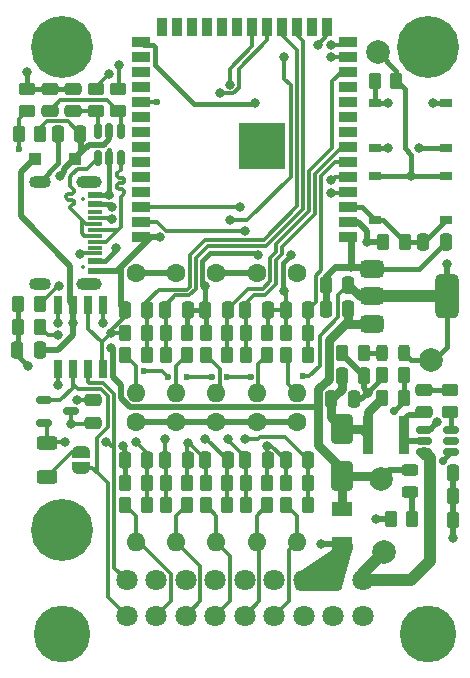
<source format=gtl>
%TF.GenerationSoftware,KiCad,Pcbnew,8.0.8*%
%TF.CreationDate,2025-05-08T14:25:14+01:00*%
%TF.ProjectId,esp32-canboard,65737033-322d-4636-916e-626f6172642e,rev?*%
%TF.SameCoordinates,Original*%
%TF.FileFunction,Copper,L1,Top*%
%TF.FilePolarity,Positive*%
%FSLAX46Y46*%
G04 Gerber Fmt 4.6, Leading zero omitted, Abs format (unit mm)*
G04 Created by KiCad (PCBNEW 8.0.8) date 2025-05-08 14:25:14*
%MOMM*%
%LPD*%
G01*
G04 APERTURE LIST*
G04 Aperture macros list*
%AMRoundRect*
0 Rectangle with rounded corners*
0 $1 Rounding radius*
0 $2 $3 $4 $5 $6 $7 $8 $9 X,Y pos of 4 corners*
0 Add a 4 corners polygon primitive as box body*
4,1,4,$2,$3,$4,$5,$6,$7,$8,$9,$2,$3,0*
0 Add four circle primitives for the rounded corners*
1,1,$1+$1,$2,$3*
1,1,$1+$1,$4,$5*
1,1,$1+$1,$6,$7*
1,1,$1+$1,$8,$9*
0 Add four rect primitives between the rounded corners*
20,1,$1+$1,$2,$3,$4,$5,0*
20,1,$1+$1,$4,$5,$6,$7,0*
20,1,$1+$1,$6,$7,$8,$9,0*
20,1,$1+$1,$8,$9,$2,$3,0*%
%AMFreePoly0*
4,1,19,0.500000,-0.750000,0.000000,-0.750000,0.000000,-0.744911,-0.071157,-0.744911,-0.207708,-0.704816,-0.327430,-0.627875,-0.420627,-0.520320,-0.479746,-0.390866,-0.500000,-0.250000,-0.500000,0.250000,-0.479746,0.390866,-0.420627,0.520320,-0.327430,0.627875,-0.207708,0.704816,-0.071157,0.744911,0.000000,0.744911,0.000000,0.750000,0.500000,0.750000,0.500000,-0.750000,0.500000,-0.750000,
$1*%
%AMFreePoly1*
4,1,19,0.000000,0.744911,0.071157,0.744911,0.207708,0.704816,0.327430,0.627875,0.420627,0.520320,0.479746,0.390866,0.500000,0.250000,0.500000,-0.250000,0.479746,-0.390866,0.420627,-0.520320,0.327430,-0.627875,0.207708,-0.704816,0.071157,-0.744911,0.000000,-0.744911,0.000000,-0.750000,-0.500000,-0.750000,-0.500000,0.750000,0.000000,0.750000,0.000000,0.744911,0.000000,0.744911,
$1*%
G04 Aperture macros list end*
%TA.AperFunction,ComponentPad*%
%ADD10C,5.250000*%
%TD*%
%TA.AperFunction,SMDPad,CuDef*%
%ADD11RoundRect,0.250000X-0.450000X0.262500X-0.450000X-0.262500X0.450000X-0.262500X0.450000X0.262500X0*%
%TD*%
%TA.AperFunction,SMDPad,CuDef*%
%ADD12RoundRect,0.250000X-0.262500X-0.450000X0.262500X-0.450000X0.262500X0.450000X-0.262500X0.450000X0*%
%TD*%
%TA.AperFunction,SMDPad,CuDef*%
%ADD13RoundRect,0.250000X0.625000X-0.312500X0.625000X0.312500X-0.625000X0.312500X-0.625000X-0.312500X0*%
%TD*%
%TA.AperFunction,SMDPad,CuDef*%
%ADD14RoundRect,0.250000X0.250000X0.475000X-0.250000X0.475000X-0.250000X-0.475000X0.250000X-0.475000X0*%
%TD*%
%TA.AperFunction,SMDPad,CuDef*%
%ADD15RoundRect,0.250000X0.262500X0.450000X-0.262500X0.450000X-0.262500X-0.450000X0.262500X-0.450000X0*%
%TD*%
%TA.AperFunction,SMDPad,CuDef*%
%ADD16RoundRect,0.250000X0.650000X-1.000000X0.650000X1.000000X-0.650000X1.000000X-0.650000X-1.000000X0*%
%TD*%
%TA.AperFunction,SMDPad,CuDef*%
%ADD17RoundRect,0.375000X-0.625000X-0.375000X0.625000X-0.375000X0.625000X0.375000X-0.625000X0.375000X0*%
%TD*%
%TA.AperFunction,SMDPad,CuDef*%
%ADD18RoundRect,0.500000X-0.500000X-1.400000X0.500000X-1.400000X0.500000X1.400000X-0.500000X1.400000X0*%
%TD*%
%TA.AperFunction,SMDPad,CuDef*%
%ADD19R,0.950000X3.300000*%
%TD*%
%TA.AperFunction,SMDPad,CuDef*%
%ADD20RoundRect,0.150000X-0.512500X-0.150000X0.512500X-0.150000X0.512500X0.150000X-0.512500X0.150000X0*%
%TD*%
%TA.AperFunction,SMDPad,CuDef*%
%ADD21R,1.000000X0.750000*%
%TD*%
%TA.AperFunction,SMDPad,CuDef*%
%ADD22RoundRect,0.250000X-0.250000X-0.475000X0.250000X-0.475000X0.250000X0.475000X-0.250000X0.475000X0*%
%TD*%
%TA.AperFunction,SMDPad,CuDef*%
%ADD23RoundRect,0.250000X0.450000X-0.262500X0.450000X0.262500X-0.450000X0.262500X-0.450000X-0.262500X0*%
%TD*%
%TA.AperFunction,SMDPad,CuDef*%
%ADD24R,0.650000X1.500000*%
%TD*%
%TA.AperFunction,ComponentPad*%
%ADD25C,1.800000*%
%TD*%
%TA.AperFunction,ComponentPad*%
%ADD26C,4.800000*%
%TD*%
%TA.AperFunction,SMDPad,CuDef*%
%ADD27C,2.000000*%
%TD*%
%TA.AperFunction,SMDPad,CuDef*%
%ADD28RoundRect,0.250000X-0.475000X0.250000X-0.475000X-0.250000X0.475000X-0.250000X0.475000X0.250000X0*%
%TD*%
%TA.AperFunction,SMDPad,CuDef*%
%ADD29FreePoly0,90.000000*%
%TD*%
%TA.AperFunction,SMDPad,CuDef*%
%ADD30FreePoly1,90.000000*%
%TD*%
%TA.AperFunction,SMDPad,CuDef*%
%ADD31RoundRect,0.250000X0.475000X-0.250000X0.475000X0.250000X-0.475000X0.250000X-0.475000X-0.250000X0*%
%TD*%
%TA.AperFunction,SMDPad,CuDef*%
%ADD32R,1.500000X0.900000*%
%TD*%
%TA.AperFunction,SMDPad,CuDef*%
%ADD33R,0.900000X1.500000*%
%TD*%
%TA.AperFunction,HeatsinkPad*%
%ADD34C,0.600000*%
%TD*%
%TA.AperFunction,SMDPad,CuDef*%
%ADD35R,3.900000X3.900000*%
%TD*%
%TA.AperFunction,SMDPad,CuDef*%
%ADD36R,1.150000X0.600000*%
%TD*%
%TA.AperFunction,SMDPad,CuDef*%
%ADD37R,1.150000X0.300000*%
%TD*%
%TA.AperFunction,ComponentPad*%
%ADD38O,1.850000X1.050000*%
%TD*%
%TA.AperFunction,ComponentPad*%
%ADD39O,2.150000X1.050000*%
%TD*%
%TA.AperFunction,SMDPad,CuDef*%
%ADD40R,1.000000X1.000000*%
%TD*%
%TA.AperFunction,SMDPad,CuDef*%
%ADD41RoundRect,0.243750X0.456250X-0.243750X0.456250X0.243750X-0.456250X0.243750X-0.456250X-0.243750X0*%
%TD*%
%TA.AperFunction,SMDPad,CuDef*%
%ADD42RoundRect,0.243750X-0.243750X-0.456250X0.243750X-0.456250X0.243750X0.456250X-0.243750X0.456250X0*%
%TD*%
%TA.AperFunction,SMDPad,CuDef*%
%ADD43RoundRect,0.150000X0.150000X-0.512500X0.150000X0.512500X-0.150000X0.512500X-0.150000X-0.512500X0*%
%TD*%
%TA.AperFunction,SMDPad,CuDef*%
%ADD44R,1.820000X1.160000*%
%TD*%
%TA.AperFunction,ComponentPad*%
%ADD45C,1.600000*%
%TD*%
%TA.AperFunction,ComponentPad*%
%ADD46O,1.600000X1.600000*%
%TD*%
%TA.AperFunction,ViaPad*%
%ADD47C,0.800000*%
%TD*%
%TA.AperFunction,ViaPad*%
%ADD48C,0.600000*%
%TD*%
%TA.AperFunction,ViaPad*%
%ADD49C,0.700000*%
%TD*%
%TA.AperFunction,Conductor*%
%ADD50C,0.400000*%
%TD*%
%TA.AperFunction,Conductor*%
%ADD51C,0.500000*%
%TD*%
%TA.AperFunction,Conductor*%
%ADD52C,0.300000*%
%TD*%
%TA.AperFunction,Conductor*%
%ADD53C,0.600000*%
%TD*%
%TA.AperFunction,Conductor*%
%ADD54C,0.200000*%
%TD*%
%TA.AperFunction,Conductor*%
%ADD55C,0.450000*%
%TD*%
%TA.AperFunction,Conductor*%
%ADD56C,1.000000*%
%TD*%
%TA.AperFunction,Conductor*%
%ADD57C,0.800000*%
%TD*%
%ADD58C,0.350000*%
%ADD59C,0.300000*%
%ADD60O,1.450000X0.650000*%
%ADD61O,1.750000X0.650000*%
G04 APERTURE END LIST*
D10*
%TO.P,MH2,MH2*%
%TO.N,N/C*%
X125750000Y-74600000D03*
%TD*%
D11*
%TO.P,R11,1*%
%TO.N,Net-(U3-USB_D+)*%
X99550000Y-78195000D03*
%TO.P,R11,2*%
%TO.N,Net-(C11-Pad1)*%
X99550000Y-80020000D03*
%TD*%
D12*
%TO.P,R5,1*%
%TO.N,GND*%
X118515000Y-100490000D03*
%TO.P,R5,2*%
%TO.N,Net-(LED2-K)*%
X120340000Y-100490000D03*
%TD*%
D13*
%TO.P,R7,1*%
%TO.N,Net-(JP2-B)*%
X93500000Y-111015357D03*
%TO.P,R7,2*%
%TO.N,CAN1_H*%
X93500000Y-108090357D03*
%TD*%
D14*
%TO.P,C8,1*%
%TO.N,+3V3*%
X119010000Y-94750000D03*
%TO.P,C8,2*%
%TO.N,GND*%
X117110000Y-94750000D03*
%TD*%
D15*
%TO.P,R16,1*%
%TO.N,AIN1*%
X115572500Y-111502500D03*
%TO.P,R16,2*%
%TO.N,GND*%
X113747500Y-111502500D03*
%TD*%
D16*
%TO.P,D1,1,K*%
%TO.N,+5V*%
X118510000Y-110900000D03*
%TO.P,D1,2,A*%
%TO.N,Net-(D1-A)*%
X118510000Y-106900000D03*
%TD*%
D17*
%TO.P,U2,1,GND*%
%TO.N,GND*%
X121050000Y-93420000D03*
%TO.P,U2,2,VOUT*%
%TO.N,+3V3*%
X121050000Y-95720000D03*
%TO.P,U2,3,VIN*%
%TO.N,+5V*%
X121050000Y-98020000D03*
D18*
%TO.P,U2,4,VOUT*%
%TO.N,+3V3*%
X127350000Y-95720000D03*
%TD*%
D11*
%TO.P,R12,1*%
%TO.N,Net-(U3-USB_D-)*%
X97650000Y-78195000D03*
%TO.P,R12,2*%
%TO.N,Net-(C13-Pad1)*%
X97650000Y-80020000D03*
%TD*%
D19*
%TO.P,L1,1*%
%TO.N,Net-(D1-A)*%
X120712500Y-107450000D03*
%TO.P,L1,2*%
%TO.N,Net-(U1-SW)*%
X123762500Y-107450000D03*
%TD*%
D12*
%TO.P,R25,1*%
%TO.N,AIN4*%
X103547500Y-113400000D03*
%TO.P,R25,2*%
%TO.N,INPUT4*%
X105372500Y-113400000D03*
%TD*%
D15*
%TO.P,R3,1*%
%TO.N,Net-(U1-FB)*%
X123725000Y-102405000D03*
%TO.P,R3,2*%
%TO.N,GND*%
X121900000Y-102405000D03*
%TD*%
D20*
%TO.P,ESD2,1*%
%TO.N,CAN1_L*%
X93287500Y-104500000D03*
%TO.P,ESD2,2*%
%TO.N,CAN1_H*%
X93287500Y-106400000D03*
%TO.P,ESD2,3*%
%TO.N,GND*%
X95562500Y-105450000D03*
%TD*%
D15*
%TO.P,R13,1*%
%TO.N,Net-(CONN2-CC2)*%
X92882500Y-96380000D03*
%TO.P,R13,2*%
%TO.N,GND*%
X91057500Y-96380000D03*
%TD*%
D21*
%TO.P,SW2,1,1*%
%TO.N,GND*%
X121293750Y-85477857D03*
X127293750Y-85477857D03*
%TO.P,SW2,2,2*%
%TO.N,Net-(U3-EN)*%
X121293750Y-89227857D03*
X127293750Y-89227857D03*
%TD*%
D12*
%TO.P,R26,1*%
%TO.N,AIN4*%
X103547500Y-111500000D03*
%TO.P,R26,2*%
%TO.N,GND*%
X105372500Y-111500000D03*
%TD*%
D22*
%TO.P,C1,1*%
%TO.N,+12V*%
X125950000Y-114625000D03*
%TO.P,C1,2*%
%TO.N,GND*%
X127850000Y-114625000D03*
%TD*%
%TO.P,C3,1*%
%TO.N,+12V*%
X125950000Y-110675000D03*
%TO.P,C3,2*%
%TO.N,GND*%
X127850000Y-110675000D03*
%TD*%
D23*
%TO.P,R9,1*%
%TO.N,Net-(U3-IO38)*%
X91790000Y-80020000D03*
%TO.P,R9,2*%
%TO.N,GND*%
X91790000Y-78195000D03*
%TD*%
D20*
%TO.P,U1,1,GND*%
%TO.N,GND*%
X125412500Y-107000000D03*
%TO.P,U1,2,SW*%
%TO.N,Net-(U1-SW)*%
X125412500Y-107950000D03*
%TO.P,U1,3,VIN*%
%TO.N,+12V*%
X125412500Y-108900000D03*
%TO.P,U1,4,FB*%
%TO.N,Net-(U1-FB)*%
X127687500Y-108900000D03*
%TO.P,U1,5,EN*%
%TO.N,unconnected-(U1-EN-Pad5)*%
X127687500Y-107950000D03*
%TO.P,U1,6,BOOT*%
%TO.N,Net-(U1-BOOT)*%
X127687500Y-107000000D03*
%TD*%
D15*
%TO.P,R40,1*%
%TO.N,AIN6*%
X115575000Y-98795000D03*
%TO.P,R40,2*%
%TO.N,GND*%
X113750000Y-98795000D03*
%TD*%
D14*
%TO.P,C17,1*%
%TO.N,AIN3*%
X108810000Y-109570000D03*
%TO.P,C17,2*%
%TO.N,GND*%
X106910000Y-109570000D03*
%TD*%
D12*
%TO.P,R38,1*%
%TO.N,AIN9*%
X103547500Y-100700000D03*
%TO.P,R38,2*%
%TO.N,INPUT9*%
X105372500Y-100700000D03*
%TD*%
%TO.P,R41,1*%
%TO.N,AIN7*%
X110347500Y-98800000D03*
%TO.P,R41,2*%
%TO.N,GND*%
X112172500Y-98800000D03*
%TD*%
D24*
%TO.P,IC1,1,TXD*%
%TO.N,CAN1_TX*%
X98255000Y-96440000D03*
%TO.P,IC1,2,VSS*%
%TO.N,GND*%
X96985000Y-96440000D03*
%TO.P,IC1,3,VDD*%
%TO.N,+5V*%
X95715000Y-96440000D03*
%TO.P,IC1,4,RXD*%
%TO.N,CAN1_RX*%
X94445000Y-96440000D03*
%TO.P,IC1,5,VIO*%
%TO.N,+3V3*%
X94445000Y-101840000D03*
%TO.P,IC1,6,CANL*%
%TO.N,CAN1_L*%
X95715000Y-101840000D03*
%TO.P,IC1,7,CANH*%
%TO.N,CAN1_H*%
X96985000Y-101840000D03*
%TO.P,IC1,8,STBY*%
%TO.N,GND*%
X98255000Y-101840000D03*
%TD*%
D10*
%TO.P,MH3,MH3*%
%TO.N,N/C*%
X94750000Y-74600000D03*
%TD*%
D25*
%TO.P,CONN1,1,1*%
%TO.N,+12V*%
X120250000Y-119754500D03*
%TO.P,CONN1,2,2*%
%TO.N,+5VP*%
X117750000Y-119754500D03*
%TO.P,CONN1,3,3*%
X115250000Y-119754500D03*
%TO.P,CONN1,4,4*%
%TO.N,INPUT6*%
X112750000Y-119754500D03*
%TO.P,CONN1,5,5*%
%TO.N,INPUT7*%
X110250000Y-119754500D03*
%TO.P,CONN1,6,6*%
%TO.N,INPUT8*%
X107750000Y-119754500D03*
%TO.P,CONN1,7,7*%
%TO.N,INPUT9*%
X105250000Y-119754500D03*
%TO.P,CONN1,8,8*%
%TO.N,INPUT10*%
X102750000Y-119754500D03*
%TO.P,CONN1,9,9*%
%TO.N,CAN1_H*%
X100250000Y-119754500D03*
%TO.P,CONN1,10,10*%
%TO.N,GND*%
X120250000Y-122754500D03*
%TO.P,CONN1,11,11*%
X117750000Y-122754500D03*
%TO.P,CONN1,12,12*%
X115250000Y-122754500D03*
%TO.P,CONN1,13,13*%
%TO.N,INPUT1*%
X112750000Y-122754500D03*
%TO.P,CONN1,14,14*%
%TO.N,INPUT2*%
X110250000Y-122754500D03*
%TO.P,CONN1,15,15*%
%TO.N,INPUT3*%
X107750000Y-122754500D03*
%TO.P,CONN1,16,16*%
%TO.N,INPUT4*%
X105250000Y-122754500D03*
%TO.P,CONN1,17,17*%
%TO.N,INPUT5*%
X102750000Y-122754500D03*
%TO.P,CONN1,18,18*%
%TO.N,CAN1_L*%
X100250000Y-122754500D03*
D26*
%TO.P,CONN1,19,19*%
%TO.N,unconnected-(CONN1-Pad19)*%
X94750000Y-124254500D03*
%TO.P,CONN1,20,20*%
%TO.N,unconnected-(CONN1-Pad20)*%
X125750000Y-124254500D03*
%TD*%
D27*
%TO.P,TP3,1,1*%
%TO.N,+3V3*%
X126060000Y-101080000D03*
%TD*%
D14*
%TO.P,C9,1*%
%TO.N,GND*%
X127287500Y-91130000D03*
%TO.P,C9,2*%
%TO.N,Net-(U3-EN)*%
X125387500Y-91130000D03*
%TD*%
%TO.P,C14,1*%
%TO.N,USB_VBUS*%
X96350000Y-81960000D03*
%TO.P,C14,2*%
%TO.N,GND*%
X94450000Y-81960000D03*
%TD*%
D12*
%TO.P,R20,1*%
%TO.N,AIN2*%
X110347500Y-111500000D03*
%TO.P,R20,2*%
%TO.N,GND*%
X112172500Y-111500000D03*
%TD*%
D14*
%TO.P,C7,1*%
%TO.N,+5V*%
X119010000Y-96760000D03*
%TO.P,C7,2*%
%TO.N,GND*%
X117110000Y-96760000D03*
%TD*%
D28*
%TO.P,C12,1*%
%TO.N,+3V3*%
X97450000Y-104500000D03*
%TO.P,C12,2*%
%TO.N,GND*%
X97450000Y-106400000D03*
%TD*%
D15*
%TO.P,R23,1*%
%TO.N,AIN3*%
X108772500Y-111500000D03*
%TO.P,R23,2*%
%TO.N,GND*%
X106947500Y-111500000D03*
%TD*%
D10*
%TO.P,MH1,MH1*%
%TO.N,N/C*%
X94750000Y-115450000D03*
%TD*%
D12*
%TO.P,R8,1*%
%TO.N,+3V3*%
X121995000Y-91130000D03*
%TO.P,R8,2*%
%TO.N,Net-(U3-EN)*%
X123820000Y-91130000D03*
%TD*%
D14*
%TO.P,C22,1*%
%TO.N,AIN8*%
X108810000Y-96870000D03*
%TO.P,C22,2*%
%TO.N,GND*%
X106910000Y-96870000D03*
%TD*%
D12*
%TO.P,R4,1*%
%TO.N,GND*%
X122600000Y-114600000D03*
%TO.P,R4,2*%
%TO.N,Net-(LED1-K)*%
X124425000Y-114600000D03*
%TD*%
D14*
%TO.P,C15,1*%
%TO.N,AIN1*%
X115610000Y-109575000D03*
%TO.P,C15,2*%
%TO.N,GND*%
X113710000Y-109575000D03*
%TD*%
D15*
%TO.P,R39,1*%
%TO.N,AIN10*%
X101972500Y-100700000D03*
%TO.P,R39,2*%
%TO.N,INPUT10*%
X100147500Y-100700000D03*
%TD*%
D29*
%TO.P,JP2,1,A*%
%TO.N,CAN1_L*%
X96382500Y-110202857D03*
D30*
%TO.P,JP2,2,B*%
%TO.N,Net-(JP2-B)*%
X96382500Y-108902857D03*
%TD*%
D15*
%TO.P,R2,1*%
%TO.N,Net-(U1-FB)*%
X123725000Y-104300000D03*
%TO.P,R2,2*%
%TO.N,Net-(D1-A)*%
X121900000Y-104300000D03*
%TD*%
D22*
%TO.P,C6,1*%
%TO.N,Net-(D1-A)*%
X117570000Y-104420000D03*
%TO.P,C6,2*%
%TO.N,GND*%
X119470000Y-104420000D03*
%TD*%
D15*
%TO.P,R35,1*%
%TO.N,AIN6*%
X115575000Y-100695000D03*
%TO.P,R35,2*%
%TO.N,INPUT6*%
X113750000Y-100695000D03*
%TD*%
D31*
%TO.P,C11,1*%
%TO.N,Net-(C11-Pad1)*%
X93730000Y-80020000D03*
%TO.P,C11,2*%
%TO.N,GND*%
X93730000Y-78120000D03*
%TD*%
D15*
%TO.P,R22,1*%
%TO.N,AIN3*%
X108772500Y-113400000D03*
%TO.P,R22,2*%
%TO.N,INPUT3*%
X106947500Y-113400000D03*
%TD*%
D32*
%TO.P,U3,1,GND*%
%TO.N,GND*%
X119000000Y-90670000D03*
%TO.P,U3,2,3V3*%
%TO.N,+3V3*%
X119000000Y-89400000D03*
%TO.P,U3,3,EN*%
%TO.N,Net-(U3-EN)*%
X119000000Y-88130000D03*
%TO.P,U3,4,IO4*%
%TO.N,AIN4*%
X119000000Y-86860000D03*
%TO.P,U3,5,IO5*%
%TO.N,AIN5*%
X119000000Y-85590000D03*
%TO.P,U3,6,IO6*%
%TO.N,AIN6*%
X119000000Y-84320000D03*
%TO.P,U3,7,IO7*%
%TO.N,AIN7*%
X119000000Y-83050000D03*
%TO.P,U3,8,IO15*%
%TO.N,unconnected-(U3-IO15-Pad8)*%
X119000000Y-81780000D03*
%TO.P,U3,9,IO16*%
%TO.N,unconnected-(U3-IO16-Pad9)*%
X119000000Y-80510000D03*
%TO.P,U3,10,IO17*%
%TO.N,unconnected-(U3-IO17-Pad10)*%
X119000000Y-79240000D03*
%TO.P,U3,11,IO18*%
%TO.N,unconnected-(U3-IO18-Pad11)*%
X119000000Y-77970000D03*
%TO.P,U3,12,IO8*%
%TO.N,AIN8*%
X119000000Y-76700000D03*
%TO.P,U3,13,USB_D-*%
%TO.N,Net-(U3-USB_D-)*%
X119000000Y-75430000D03*
%TO.P,U3,14,USB_D+*%
%TO.N,Net-(U3-USB_D+)*%
X119000000Y-74160000D03*
D33*
%TO.P,U3,15,IO3*%
%TO.N,AIN3*%
X117235000Y-72910000D03*
%TO.P,U3,16,IO46*%
%TO.N,unconnected-(U3-IO46-Pad16)*%
X115965000Y-72910000D03*
%TO.P,U3,17,IO9*%
%TO.N,AIN9*%
X114695000Y-72910000D03*
%TO.P,U3,18,IO10*%
%TO.N,AIN10*%
X113425000Y-72910000D03*
%TO.P,U3,19,IO11*%
%TO.N,CAN1_RX*%
X112155000Y-72910000D03*
%TO.P,U3,20,IO12*%
%TO.N,CAN1_TX*%
X110885000Y-72910000D03*
%TO.P,U3,21,IO13*%
%TO.N,unconnected-(U3-IO13-Pad21)*%
X109615000Y-72910000D03*
%TO.P,U3,22,IO14*%
%TO.N,unconnected-(U3-IO14-Pad22)*%
X108345000Y-72910000D03*
%TO.P,U3,23,IO21*%
%TO.N,unconnected-(U3-IO21-Pad23)*%
X107075000Y-72910000D03*
%TO.P,U3,24,IO47*%
%TO.N,unconnected-(U3-IO47-Pad24)*%
X105805000Y-72910000D03*
%TO.P,U3,25,IO48*%
%TO.N,unconnected-(U3-IO48-Pad25)*%
X104535000Y-72910000D03*
%TO.P,U3,26,IO45*%
%TO.N,unconnected-(U3-IO45-Pad26)*%
X103265000Y-72910000D03*
D32*
%TO.P,U3,27,IO0*%
%TO.N,Net-(U3-IO0)*%
X101500000Y-74160000D03*
%TO.P,U3,28,IO35*%
%TO.N,unconnected-(U3-IO35-Pad28)*%
X101500000Y-75430000D03*
%TO.P,U3,29,IO36*%
%TO.N,unconnected-(U3-IO36-Pad29)*%
X101500000Y-76700000D03*
%TO.P,U3,30,IO37*%
%TO.N,unconnected-(U3-IO37-Pad30)*%
X101500000Y-77970000D03*
%TO.P,U3,31,IO38*%
%TO.N,Net-(U3-IO38)*%
X101500000Y-79240000D03*
%TO.P,U3,32,IO39*%
%TO.N,unconnected-(U3-IO39-Pad32)*%
X101500000Y-80510000D03*
%TO.P,U3,33,IO40*%
%TO.N,unconnected-(U3-IO40-Pad33)*%
X101500000Y-81780000D03*
%TO.P,U3,34,IO41*%
%TO.N,unconnected-(U3-IO41-Pad34)*%
X101500000Y-83050000D03*
%TO.P,U3,35,IO42*%
%TO.N,unconnected-(U3-IO42-Pad35)*%
X101500000Y-84320000D03*
%TO.P,U3,36,RXD0*%
%TO.N,unconnected-(U3-RXD0-Pad36)*%
X101500000Y-85590000D03*
%TO.P,U3,37,TXD0*%
%TO.N,unconnected-(U3-TXD0-Pad37)*%
X101500000Y-86860000D03*
%TO.P,U3,38,IO2*%
%TO.N,AIN2*%
X101500000Y-88130000D03*
%TO.P,U3,39,IO1*%
%TO.N,AIN1*%
X101500000Y-89400000D03*
%TO.P,U3,40,GND*%
%TO.N,GND*%
X101500000Y-90670000D03*
D34*
%TO.P,U3,41,GND*%
X113150000Y-83650000D03*
X113150000Y-82250000D03*
X112450000Y-84350000D03*
X112450000Y-82950000D03*
X112450000Y-81550000D03*
X111750000Y-83650000D03*
D35*
X111750000Y-82950000D03*
D34*
X111750000Y-82250000D03*
X111050000Y-84350000D03*
X111050000Y-82950000D03*
X111050000Y-81550000D03*
X110350000Y-83650000D03*
X110350000Y-82250000D03*
%TD*%
D14*
%TO.P,C19,1*%
%TO.N,AIN5*%
X102010000Y-109570000D03*
%TO.P,C19,2*%
%TO.N,GND*%
X100110000Y-109570000D03*
%TD*%
D12*
%TO.P,R36,1*%
%TO.N,AIN7*%
X110347500Y-100700000D03*
%TO.P,R36,2*%
%TO.N,INPUT7*%
X112172500Y-100700000D03*
%TD*%
D15*
%TO.P,R29,1*%
%TO.N,AIN5*%
X101972500Y-111500000D03*
%TO.P,R29,2*%
%TO.N,GND*%
X100147500Y-111500000D03*
%TD*%
%TO.P,R28,1*%
%TO.N,AIN5*%
X101972500Y-113400000D03*
%TO.P,R28,2*%
%TO.N,INPUT5*%
X100147500Y-113400000D03*
%TD*%
D27*
%TO.P,TP2,1,1*%
%TO.N,GND*%
X121500000Y-75040000D03*
%TD*%
D22*
%TO.P,C5,1*%
%TO.N,Net-(D1-A)*%
X118450000Y-102430000D03*
%TO.P,C5,2*%
%TO.N,GND*%
X120350000Y-102430000D03*
%TD*%
%TO.P,C2,1*%
%TO.N,+12V*%
X125950000Y-112650000D03*
%TO.P,C2,2*%
%TO.N,GND*%
X127850000Y-112650000D03*
%TD*%
D15*
%TO.P,R42,1*%
%TO.N,AIN8*%
X108772500Y-98800000D03*
%TO.P,R42,2*%
%TO.N,GND*%
X106947500Y-98800000D03*
%TD*%
D22*
%TO.P,C21,1*%
%TO.N,AIN7*%
X110310000Y-96870000D03*
%TO.P,C21,2*%
%TO.N,GND*%
X112210000Y-96870000D03*
%TD*%
D15*
%TO.P,R44,1*%
%TO.N,AIN10*%
X101972500Y-98800000D03*
%TO.P,R44,2*%
%TO.N,GND*%
X100147500Y-98800000D03*
%TD*%
D36*
%TO.P,CONN2,A1_B12,GND*%
%TO.N,GND*%
X97605000Y-87130000D03*
%TO.P,CONN2,A4_B9,VBUS*%
%TO.N,USB_VBUS*%
X97605000Y-87930000D03*
D37*
%TO.P,CONN2,A5,CC1*%
%TO.N,Net-(CONN2-CC1)*%
X97605000Y-89080000D03*
%TO.P,CONN2,A6,D+*%
%TO.N,Net-(CONN2-D+-PadA6)*%
X97605000Y-90080000D03*
%TO.P,CONN2,A7,D-*%
%TO.N,Net-(CONN2-D--PadA7)*%
X97605000Y-90580000D03*
%TO.P,CONN2,A8,SBU1*%
%TO.N,unconnected-(CONN2-SBU1-PadA8)*%
X97605000Y-91580000D03*
D36*
%TO.P,CONN2,A9_B4,VBUS*%
%TO.N,USB_VBUS*%
X97605000Y-92730000D03*
%TO.P,CONN2,A12_B1,GND*%
%TO.N,GND*%
X97605000Y-93530000D03*
D37*
%TO.P,CONN2,B5,CC2*%
%TO.N,Net-(CONN2-CC2)*%
X97605000Y-92080000D03*
%TO.P,CONN2,B6,D+*%
%TO.N,Net-(CONN2-D+-PadA6)*%
X97605000Y-91080000D03*
%TO.P,CONN2,B7,D-*%
%TO.N,Net-(CONN2-D--PadA7)*%
X97605000Y-89580000D03*
%TO.P,CONN2,B8,SBU2*%
%TO.N,unconnected-(CONN2-SBU2-PadB8)*%
X97605000Y-88580000D03*
D38*
%TO.P,CONN2,SH1,SHIELD*%
%TO.N,GND*%
X92880000Y-86010000D03*
%TO.P,CONN2,SH2,SHIELD*%
X92880000Y-94650000D03*
D39*
%TO.P,CONN2,SH3,SHIELD*%
X97030000Y-86010000D03*
%TO.P,CONN2,SH4,SHIELD*%
X97030000Y-94650000D03*
%TD*%
D22*
%TO.P,C18,1*%
%TO.N,AIN4*%
X103510000Y-109570000D03*
%TO.P,C18,2*%
%TO.N,GND*%
X105410000Y-109570000D03*
%TD*%
D27*
%TO.P,TP4,1,1*%
%TO.N,+12V*%
X122060000Y-117320000D03*
%TD*%
D14*
%TO.P,C24,1*%
%TO.N,AIN10*%
X102010000Y-96870000D03*
%TO.P,C24,2*%
%TO.N,GND*%
X100110000Y-96870000D03*
%TD*%
%TO.P,C10,1*%
%TO.N,+5V*%
X92882500Y-100230000D03*
%TO.P,C10,2*%
%TO.N,GND*%
X90982500Y-100230000D03*
%TD*%
D40*
%TO.P,D2,1,K*%
%TO.N,+5V*%
X92500000Y-84040000D03*
%TO.P,D2,2,A*%
%TO.N,USB_VBUS*%
X95900000Y-84040000D03*
%TD*%
D22*
%TO.P,C23,1*%
%TO.N,AIN9*%
X103510000Y-96870000D03*
%TO.P,C23,2*%
%TO.N,GND*%
X105410000Y-96870000D03*
%TD*%
D12*
%TO.P,R6,1*%
%TO.N,Net-(R6-Pad1)*%
X121275000Y-77490000D03*
%TO.P,R6,2*%
%TO.N,GND*%
X123100000Y-77490000D03*
%TD*%
D41*
%TO.P,LED1,1,K*%
%TO.N,Net-(LED1-K)*%
X124225000Y-112300000D03*
%TO.P,LED1,2,A*%
%TO.N,+5V*%
X124225000Y-110425000D03*
%TD*%
D15*
%TO.P,R37,1*%
%TO.N,AIN8*%
X108772500Y-100700000D03*
%TO.P,R37,2*%
%TO.N,INPUT8*%
X106947500Y-100700000D03*
%TD*%
%TO.P,R15,1*%
%TO.N,AIN1*%
X115572500Y-113405000D03*
%TO.P,R15,2*%
%TO.N,INPUT1*%
X113747500Y-113405000D03*
%TD*%
D12*
%TO.P,R19,1*%
%TO.N,AIN2*%
X110347500Y-113400000D03*
%TO.P,R19,2*%
%TO.N,INPUT2*%
X112172500Y-113400000D03*
%TD*%
D27*
%TO.P,TP1,1,1*%
%TO.N,+5V*%
X121760000Y-111150000D03*
%TD*%
D11*
%TO.P,R1,1*%
%TO.N,Net-(C4-Pad2)*%
X127650000Y-103637500D03*
%TO.P,R1,2*%
%TO.N,Net-(U1-BOOT)*%
X127650000Y-105462500D03*
%TD*%
D31*
%TO.P,C13,1*%
%TO.N,Net-(C13-Pad1)*%
X95700000Y-80020000D03*
%TO.P,C13,2*%
%TO.N,GND*%
X95700000Y-78120000D03*
%TD*%
D42*
%TO.P,LED2,1,K*%
%TO.N,Net-(LED2-K)*%
X121865000Y-100510000D03*
%TO.P,LED2,2,A*%
%TO.N,+3V3*%
X123740000Y-100510000D03*
%TD*%
D15*
%TO.P,R14,1*%
%TO.N,Net-(CONN2-CC1)*%
X92882500Y-98280000D03*
%TO.P,R14,2*%
%TO.N,GND*%
X91057500Y-98280000D03*
%TD*%
D12*
%TO.P,R43,1*%
%TO.N,AIN9*%
X103547500Y-98800000D03*
%TO.P,R43,2*%
%TO.N,GND*%
X105372500Y-98800000D03*
%TD*%
D31*
%TO.P,C4,1*%
%TO.N,Net-(U1-SW)*%
X125475000Y-105500000D03*
%TO.P,C4,2*%
%TO.N,Net-(C4-Pad2)*%
X125475000Y-103600000D03*
%TD*%
D43*
%TO.P,ESD1,1,I/O1*%
%TO.N,Net-(CONN2-D--PadA7)*%
X97850000Y-83975000D03*
%TO.P,ESD1,2,GND*%
%TO.N,GND*%
X98800000Y-83975000D03*
%TO.P,ESD1,3,I/O2*%
%TO.N,Net-(CONN2-D+-PadA6)*%
X99750000Y-83975000D03*
%TO.P,ESD1,4,I/O2*%
%TO.N,Net-(C11-Pad1)*%
X99750000Y-81700000D03*
%TO.P,ESD1,5,VBUS*%
%TO.N,USB_VBUS*%
X98800000Y-81700000D03*
%TO.P,ESD1,6,I/O1*%
%TO.N,Net-(C13-Pad1)*%
X97850000Y-81700000D03*
%TD*%
D12*
%TO.P,R10,1*%
%TO.N,Net-(U3-IO38)*%
X91105000Y-81960000D03*
%TO.P,R10,2*%
%TO.N,USB_VBUS*%
X92930000Y-81960000D03*
%TD*%
D44*
%TO.P,F1,1,1*%
%TO.N,+5V*%
X118500000Y-113690000D03*
%TO.P,F1,2,2*%
%TO.N,+5VP*%
X118500000Y-116640000D03*
%TD*%
D21*
%TO.P,SW1,1,1*%
%TO.N,Net-(R6-Pad1)*%
X121293750Y-79380000D03*
X127293750Y-79380000D03*
%TO.P,SW1,2,2*%
%TO.N,Net-(U3-IO0)*%
X121293750Y-83130000D03*
X127293750Y-83130000D03*
%TD*%
D22*
%TO.P,C16,1*%
%TO.N,AIN2*%
X110310000Y-109570000D03*
%TO.P,C16,2*%
%TO.N,GND*%
X112210000Y-109570000D03*
%TD*%
D14*
%TO.P,C20,1*%
%TO.N,AIN6*%
X115612500Y-96870000D03*
%TO.P,C20,2*%
%TO.N,GND*%
X113712500Y-96870000D03*
%TD*%
D45*
%TO.P,R18,1*%
%TO.N,+5VP*%
X111260000Y-106380000D03*
D46*
%TO.P,R18,2*%
%TO.N,INPUT2*%
X111260000Y-116540000D03*
%TD*%
D45*
%TO.P,R27,1*%
%TO.N,+5VP*%
X101060000Y-106380000D03*
D46*
%TO.P,R27,2*%
%TO.N,INPUT5*%
X101060000Y-116540000D03*
%TD*%
D45*
%TO.P,R32,1*%
%TO.N,+5VP*%
X107860000Y-93690000D03*
D46*
%TO.P,R32,2*%
%TO.N,INPUT8*%
X107860000Y-103850000D03*
%TD*%
D45*
%TO.P,R30,1*%
%TO.N,+5VP*%
X114660000Y-93690000D03*
D46*
%TO.P,R30,2*%
%TO.N,INPUT6*%
X114660000Y-103850000D03*
%TD*%
D45*
%TO.P,R24,1*%
%TO.N,+5VP*%
X104460000Y-106380000D03*
D46*
%TO.P,R24,2*%
%TO.N,INPUT4*%
X104460000Y-116540000D03*
%TD*%
D45*
%TO.P,R34,1*%
%TO.N,+5VP*%
X101060000Y-93690000D03*
D46*
%TO.P,R34,2*%
%TO.N,INPUT10*%
X101060000Y-103850000D03*
%TD*%
D45*
%TO.P,R17,1*%
%TO.N,+5VP*%
X114660000Y-106380000D03*
D46*
%TO.P,R17,2*%
%TO.N,INPUT1*%
X114660000Y-116540000D03*
%TD*%
D45*
%TO.P,R21,1*%
%TO.N,+5VP*%
X107860000Y-106380000D03*
D46*
%TO.P,R21,2*%
%TO.N,INPUT3*%
X107860000Y-116540000D03*
%TD*%
D45*
%TO.P,R33,1*%
%TO.N,+5VP*%
X104460000Y-93690000D03*
D46*
%TO.P,R33,2*%
%TO.N,INPUT9*%
X104460000Y-103850000D03*
%TD*%
D45*
%TO.P,R31,1*%
%TO.N,+5VP*%
X111260000Y-93690000D03*
D46*
%TO.P,R31,2*%
%TO.N,INPUT7*%
X111260000Y-103850000D03*
%TD*%
D47*
%TO.N,GND*%
X106890000Y-94870000D03*
X126560000Y-106370000D03*
X91932500Y-101620000D03*
X127850000Y-116170000D03*
X124350000Y-85480000D03*
X119240000Y-93220000D03*
X121380000Y-114600000D03*
X120690000Y-103850000D03*
X114159032Y-92175205D03*
X113600000Y-95250000D03*
X103050000Y-90670000D03*
X99930000Y-108400000D03*
X112172500Y-108360000D03*
X105410000Y-108100000D03*
X98800000Y-87130000D03*
X98950000Y-98800000D03*
X95562500Y-106550000D03*
X91790000Y-76680000D03*
X111380000Y-92180000D03*
%TO.N,+5V*%
X98950000Y-100070000D03*
X95715000Y-98000000D03*
D48*
%TO.N,+3V3*%
X103730000Y-102560000D03*
X101740000Y-102050000D03*
D47*
X120620000Y-91130000D03*
X94445000Y-103240000D03*
X96060000Y-104500000D03*
X127350000Y-92980000D03*
D48*
X110750000Y-102560000D03*
X107450000Y-102560000D03*
X115150000Y-102440000D03*
X108772500Y-102560000D03*
X105372500Y-102560000D03*
D47*
%TO.N,USB_VBUS*%
X99000000Y-88130000D03*
X94580000Y-85510000D03*
X99320000Y-91610000D03*
%TO.N,AIN1*%
X110270000Y-90180000D03*
X110310000Y-107770000D03*
%TO.N,AIN2*%
X108810000Y-107770000D03*
X109830000Y-88130000D03*
%TO.N,AIN3*%
X116440000Y-74400000D03*
X106910000Y-107770000D03*
X109010000Y-89270000D03*
X113610000Y-75430000D03*
%TO.N,AIN4*%
X103510000Y-107770000D03*
X117595000Y-86975331D03*
%TO.N,AIN5*%
X117595000Y-85875000D03*
X101060000Y-108045025D03*
%TO.N,CAN1_H*%
X98510000Y-108000000D03*
X95000000Y-108000000D03*
%TO.N,Net-(CONN2-CC1)*%
X94460000Y-98999647D03*
X98980000Y-89160000D03*
%TO.N,Net-(CONN2-CC2)*%
X94550000Y-94800000D03*
X96350000Y-92100000D03*
%TO.N,CAN1_TX*%
X98255000Y-98000000D03*
X108980871Y-77775000D03*
%TO.N,CAN1_RX*%
X94460000Y-98000000D03*
X108200000Y-78525000D03*
D49*
%TO.N,Net-(U1-FB)*%
X127000000Y-109630000D03*
X122910000Y-105380000D03*
D47*
%TO.N,Net-(R6-Pad1)*%
X126200000Y-79380000D03*
X122380000Y-79380000D03*
D48*
%TO.N,Net-(U3-IO38)*%
X91105000Y-83220000D03*
X102820000Y-79240000D03*
D47*
%TO.N,Net-(U3-USB_D+)*%
X99588504Y-76125000D03*
X117575000Y-74400000D03*
%TO.N,Net-(U3-USB_D-)*%
X98800000Y-76875000D03*
X117575000Y-75430000D03*
%TO.N,Net-(U3-IO0)*%
X122380000Y-83130000D03*
X125040000Y-83130000D03*
X111140000Y-79380000D03*
%TO.N,+5VP*%
X116700000Y-116640000D03*
%TD*%
D50*
%TO.N,GND*%
X106947500Y-98800000D02*
X106947500Y-96907500D01*
D51*
X120120000Y-104420000D02*
X120690000Y-103850000D01*
D52*
X100110000Y-97420000D02*
X100110000Y-96870000D01*
D51*
X99750000Y-93232233D02*
X99750000Y-96510000D01*
D50*
X124350000Y-85470000D02*
X124360000Y-85480000D01*
D51*
X97030000Y-94650000D02*
X97500000Y-94650000D01*
D53*
X117915000Y-93220000D02*
X119240000Y-93220000D01*
D51*
X102292233Y-90690000D02*
X99750000Y-93232233D01*
D50*
X105372500Y-98800000D02*
X105372500Y-96907500D01*
X93730000Y-78120000D02*
X95700000Y-78120000D01*
D51*
X102302233Y-90680000D02*
X102292233Y-90690000D01*
D52*
X100110000Y-108580000D02*
X100110000Y-109570000D01*
X98150000Y-101735000D02*
X98150000Y-99600000D01*
D50*
X123100000Y-76640000D02*
X121500000Y-75040000D01*
D51*
X127850000Y-114625000D02*
X127850000Y-116170000D01*
D52*
X96985000Y-98435000D02*
X96985000Y-96440000D01*
D50*
X113460000Y-92874237D02*
X113460000Y-95110000D01*
D53*
X117110000Y-94750000D02*
X117110000Y-96760000D01*
D50*
X114159032Y-92175205D02*
X113460000Y-92874237D01*
X127287500Y-91130000D02*
X124997500Y-93420000D01*
D53*
X120850000Y-93220000D02*
X121050000Y-93420000D01*
D51*
X118525000Y-100605000D02*
X120350000Y-102430000D01*
D50*
X111280000Y-92080000D02*
X107290000Y-92080000D01*
D54*
X118525000Y-100510000D02*
X118525000Y-100605000D01*
D50*
X124350000Y-83710000D02*
X123800000Y-83160000D01*
D52*
X99930000Y-108400000D02*
X100110000Y-108580000D01*
D50*
X124997500Y-93420000D02*
X121050000Y-93420000D01*
D52*
X113750000Y-96939912D02*
X113750000Y-98795000D01*
X105500000Y-108100000D02*
X105372500Y-108227500D01*
D51*
X121915000Y-102625000D02*
X121875000Y-102625000D01*
D52*
X98950000Y-98580000D02*
X100110000Y-97420000D01*
D50*
X98800000Y-87050000D02*
X98800000Y-83312501D01*
D52*
X113820000Y-96870000D02*
X113712500Y-96870000D01*
D50*
X124350000Y-85480000D02*
X124350000Y-83710000D01*
D51*
X120350000Y-103510000D02*
X120690000Y-103850000D01*
D52*
X95562500Y-106550000D02*
X97300000Y-106550000D01*
D50*
X111380000Y-92180000D02*
X111280000Y-92080000D01*
D52*
X105372500Y-108227500D02*
X105372500Y-111500000D01*
D53*
X119240000Y-90910000D02*
X119000000Y-90670000D01*
D52*
X98950000Y-98800000D02*
X98950000Y-98580000D01*
D51*
X119470000Y-104420000D02*
X120120000Y-104420000D01*
D52*
X98255000Y-101840000D02*
X98150000Y-101735000D01*
D50*
X124350000Y-85480000D02*
X127293750Y-85480000D01*
D55*
X121875000Y-102625000D02*
X120690000Y-103810000D01*
D51*
X120350000Y-102430000D02*
X120350000Y-103510000D01*
X102272233Y-90670000D02*
X102292233Y-90690000D01*
D50*
X123800000Y-78190000D02*
X123100000Y-77490000D01*
D53*
X119240000Y-93220000D02*
X120850000Y-93220000D01*
D50*
X94450000Y-84440000D02*
X92880000Y-86010000D01*
D52*
X105500000Y-108100000D02*
X106947500Y-109547500D01*
D50*
X124350000Y-85480000D02*
X121293750Y-85480000D01*
X94450000Y-81760000D02*
X94450000Y-84440000D01*
D52*
X112210000Y-96870000D02*
X113712500Y-96870000D01*
D50*
X91865000Y-78120000D02*
X91790000Y-78195000D01*
D51*
X120690000Y-103810000D02*
X120690000Y-103850000D01*
D54*
X106890000Y-94870000D02*
X106910000Y-94890000D01*
D52*
X112210000Y-96870000D02*
X112210000Y-98762500D01*
D50*
X91057500Y-96380000D02*
X91057500Y-100155000D01*
D54*
X100147500Y-109607500D02*
X100110000Y-109570000D01*
D52*
X106947500Y-109547500D02*
X106947500Y-111500000D01*
X98950000Y-98800000D02*
X100147500Y-98800000D01*
D53*
X117110000Y-94025000D02*
X117915000Y-93220000D01*
D50*
X123100000Y-77490000D02*
X123100000Y-76640000D01*
D51*
X125930000Y-107000000D02*
X126560000Y-106370000D01*
D50*
X90982500Y-100670000D02*
X91932500Y-101620000D01*
D52*
X95562500Y-105450000D02*
X95562500Y-106550000D01*
D50*
X123800000Y-83160000D02*
X123800000Y-78190000D01*
D52*
X112495000Y-108360000D02*
X112172500Y-108360000D01*
D50*
X106660000Y-94640000D02*
X106760000Y-94740000D01*
X98800000Y-87130000D02*
X97605000Y-87130000D01*
D53*
X117110000Y-94750000D02*
X117110000Y-94025000D01*
D50*
X90982500Y-100230000D02*
X90982500Y-100670000D01*
X91790000Y-78195000D02*
X91790000Y-76680000D01*
D54*
X98800000Y-83312501D02*
X98800000Y-83975000D01*
D51*
X103050000Y-90680000D02*
X102302233Y-90680000D01*
X102292233Y-90690000D02*
X99452233Y-93530000D01*
X122600000Y-114600000D02*
X121380000Y-114600000D01*
D52*
X98150000Y-99600000D02*
X98950000Y-98800000D01*
D54*
X106890000Y-94870000D02*
X106760000Y-94740000D01*
D50*
X107290000Y-92080000D02*
X106660000Y-92710000D01*
D52*
X113712500Y-95362500D02*
X113600000Y-95250000D01*
X113747500Y-109597500D02*
X113747500Y-111502500D01*
D50*
X105410000Y-96870000D02*
X106910000Y-96870000D01*
D52*
X113712500Y-96870000D02*
X113712500Y-95362500D01*
D50*
X106660000Y-92710000D02*
X106660000Y-94640000D01*
X93730000Y-78120000D02*
X91865000Y-78120000D01*
D52*
X112210000Y-98762500D02*
X112172500Y-98800000D01*
D51*
X101500000Y-90670000D02*
X102272233Y-90670000D01*
D52*
X113710000Y-109575000D02*
X112495000Y-108360000D01*
D50*
X113460000Y-95110000D02*
X113600000Y-95250000D01*
D52*
X98150000Y-99600000D02*
X96985000Y-98435000D01*
D50*
X106910000Y-94890000D02*
X106910000Y-96870000D01*
D52*
X97300000Y-106550000D02*
X97450000Y-106400000D01*
D51*
X99452233Y-93530000D02*
X97605000Y-93530000D01*
X127850000Y-110675000D02*
X127850000Y-114625000D01*
D52*
X112172500Y-111500000D02*
X112172500Y-108360000D01*
D51*
X101520000Y-90690000D02*
X101500000Y-90670000D01*
D50*
X100147500Y-111500000D02*
X100147500Y-109607500D01*
D53*
X119240000Y-93220000D02*
X119240000Y-90910000D01*
D50*
X98920000Y-87170000D02*
X98800000Y-87050000D01*
D56*
%TO.N,+12V*%
X125950000Y-114625000D02*
X125950000Y-109437500D01*
X125950000Y-118130000D02*
X124325500Y-119754500D01*
X120250000Y-119130000D02*
X122060000Y-117320000D01*
X125950000Y-109437500D02*
X125462500Y-108950000D01*
X124325500Y-119754500D02*
X120250000Y-119754500D01*
X125950000Y-114625000D02*
X125950000Y-118130000D01*
X120250000Y-119754500D02*
X120250000Y-119130000D01*
X125462500Y-108950000D02*
X125412500Y-108950000D01*
D54*
%TO.N,Net-(C4-Pad2)*%
X127375000Y-103600000D02*
X127412500Y-103637500D01*
D50*
X125487500Y-103600000D02*
X127375000Y-103600000D01*
D51*
%TO.N,Net-(U1-SW)*%
X125262500Y-105725000D02*
X124162500Y-105725000D01*
X125412500Y-107950000D02*
X124262500Y-107950000D01*
X124162500Y-105725000D02*
X123762500Y-106125000D01*
D57*
%TO.N,Net-(D1-A)*%
X118510000Y-106900000D02*
X120162500Y-106900000D01*
X120712500Y-105500000D02*
X121912500Y-104300000D01*
X117570000Y-104420000D02*
X117570000Y-105960000D01*
X118450000Y-102430000D02*
X118450000Y-103540000D01*
X120712500Y-107450000D02*
X120712500Y-105500000D01*
X118500000Y-102480000D02*
X118450000Y-102430000D01*
X120162500Y-106900000D02*
X120712500Y-107450000D01*
X118450000Y-103540000D02*
X117570000Y-104420000D01*
X117570000Y-105960000D02*
X118510000Y-106900000D01*
D51*
%TO.N,+5V*%
X100540000Y-105100000D02*
X116530000Y-105100000D01*
X98950000Y-100070000D02*
X99100000Y-100220000D01*
D57*
X118760000Y-98020000D02*
X121050000Y-98020000D01*
X118510000Y-110900000D02*
X121510000Y-110900000D01*
D51*
X95715000Y-98946729D02*
X94431729Y-100230000D01*
X91280000Y-88932947D02*
X95460000Y-93112947D01*
X122485000Y-110425000D02*
X121760000Y-111150000D01*
X99790000Y-104350000D02*
X100540000Y-105100000D01*
X95460000Y-96185000D02*
X95715000Y-96440000D01*
D57*
X117350000Y-99430000D02*
X117350000Y-102705990D01*
X121510000Y-110900000D02*
X121760000Y-111150000D01*
D51*
X95715000Y-96440000D02*
X95715000Y-98000000D01*
D57*
X116470000Y-108310000D02*
X118510000Y-110350000D01*
D51*
X95715000Y-98000000D02*
X95715000Y-98946729D01*
X91280000Y-85210000D02*
X91280000Y-88932947D01*
X94431729Y-100230000D02*
X92882500Y-100230000D01*
D57*
X119010000Y-97770000D02*
X119010000Y-96760000D01*
X118510000Y-110350000D02*
X118510000Y-110900000D01*
D51*
X99790000Y-103253654D02*
X99790000Y-104350000D01*
D57*
X117350000Y-102705990D02*
X116470000Y-103585990D01*
X116470000Y-103585990D02*
X116470000Y-108310000D01*
D51*
X92480000Y-84010000D02*
X91280000Y-85210000D01*
X99100000Y-102563654D02*
X99790000Y-103253654D01*
X95460000Y-93112947D02*
X95460000Y-96185000D01*
X99100000Y-100220000D02*
X99100000Y-102563654D01*
X124225000Y-110425000D02*
X122485000Y-110425000D01*
D57*
X118760000Y-98020000D02*
X119010000Y-97770000D01*
X118510000Y-110900000D02*
X118510000Y-113680000D01*
X117350000Y-99430000D02*
X118760000Y-98020000D01*
X118510000Y-113680000D02*
X118500000Y-113690000D01*
D50*
%TO.N,+3V3*%
X123740000Y-100510000D02*
X124310000Y-101080000D01*
D52*
X108772500Y-102560000D02*
X110750000Y-102560000D01*
X118160000Y-97490456D02*
X118160000Y-95600000D01*
X94445000Y-103240000D02*
X94445000Y-101840000D01*
D51*
X120620000Y-90190000D02*
X120620000Y-91130000D01*
D52*
X96060000Y-104500000D02*
X97450000Y-104500000D01*
D56*
X121050000Y-95720000D02*
X123250000Y-95720000D01*
D52*
X103220000Y-102050000D02*
X101740000Y-102050000D01*
X115730000Y-102440000D02*
X115150000Y-102440000D01*
X116600000Y-101570000D02*
X116600000Y-99050456D01*
X118160000Y-95600000D02*
X119010000Y-94750000D01*
X116600000Y-99050456D02*
X118160000Y-97490456D01*
D50*
X127350000Y-95720000D02*
X127350000Y-99980000D01*
D52*
X116600000Y-101570000D02*
X115730000Y-102440000D01*
X105372500Y-102560000D02*
X107450000Y-102560000D01*
D57*
X121050000Y-95720000D02*
X119980000Y-95720000D01*
D51*
X120620000Y-91130000D02*
X121995000Y-91130000D01*
D52*
X103730000Y-102560000D02*
X103220000Y-102050000D01*
D57*
X127350000Y-95720000D02*
X126120000Y-95720000D01*
D51*
X119830000Y-89400000D02*
X119000000Y-89400000D01*
X127350000Y-95720000D02*
X127350000Y-92980000D01*
D56*
X123250000Y-95720000D02*
X127350000Y-95720000D01*
D50*
X127350000Y-99980000D02*
X126250000Y-101080000D01*
D57*
X119980000Y-95720000D02*
X119010000Y-94750000D01*
D50*
X124310000Y-101080000D02*
X126250000Y-101080000D01*
D51*
X120620000Y-90190000D02*
X119830000Y-89400000D01*
D50*
%TO.N,Net-(U3-EN)*%
X121293750Y-89230000D02*
X120193750Y-88130000D01*
X121920000Y-89230000D02*
X121293750Y-89230000D01*
X120193750Y-88130000D02*
X119000000Y-88130000D01*
X123820000Y-91130000D02*
X121920000Y-89230000D01*
X125387500Y-91130000D02*
X125393750Y-91130000D01*
X125387500Y-91130000D02*
X123820000Y-91130000D01*
X125393750Y-91130000D02*
X127293750Y-89230000D01*
D52*
%TO.N,Net-(C11-Pad1)*%
X99750000Y-81700000D02*
X99750000Y-80220000D01*
X98630000Y-79100000D02*
X99550000Y-80020000D01*
X94650000Y-79100000D02*
X98630000Y-79100000D01*
X93730000Y-80020000D02*
X94650000Y-79100000D01*
%TO.N,Net-(C13-Pad1)*%
X95700000Y-80020000D02*
X97650000Y-80020000D01*
X97850000Y-81700000D02*
X97850000Y-80220000D01*
D51*
%TO.N,USB_VBUS*%
X97030000Y-82860000D02*
X98330000Y-82860000D01*
D52*
X92930000Y-81960000D02*
X92930000Y-81438885D01*
X93498885Y-80870000D02*
X95260000Y-80870000D01*
D50*
X99320000Y-91610000D02*
X99320000Y-91810000D01*
D51*
X94940000Y-84915000D02*
X96360000Y-83495000D01*
X98800000Y-82390000D02*
X98800000Y-81700000D01*
D50*
X97605000Y-87930000D02*
X98800000Y-87930000D01*
D51*
X98330000Y-82860000D02*
X98800000Y-82390000D01*
X94940000Y-85150000D02*
X94940000Y-84915000D01*
D52*
X95260000Y-80870000D02*
X96350000Y-81960000D01*
X92930000Y-81438885D02*
X93498885Y-80870000D01*
D51*
X96360000Y-81770000D02*
X96350000Y-81760000D01*
D50*
X99320000Y-91810000D02*
X98400000Y-92730000D01*
D51*
X96360000Y-83495000D02*
X96360000Y-81770000D01*
X94580000Y-85510000D02*
X94940000Y-85150000D01*
X95880000Y-84010000D02*
X97030000Y-82860000D01*
D54*
X98800000Y-88130000D02*
X99000000Y-88130000D01*
D50*
X98400000Y-92730000D02*
X97605000Y-92730000D01*
D54*
X98800000Y-87930000D02*
X99000000Y-88130000D01*
D52*
%TO.N,AIN1*%
X113645000Y-107610000D02*
X111510000Y-107610000D01*
X102840661Y-89400000D02*
X101500000Y-89400000D01*
X103620661Y-90180000D02*
X102840661Y-89400000D01*
X115572500Y-113405000D02*
X115572500Y-109612500D01*
X111510000Y-107610000D02*
X111350000Y-107770000D01*
D54*
X115572500Y-109612500D02*
X115610000Y-109575000D01*
D52*
X110270000Y-90180000D02*
X103620661Y-90180000D01*
X111350000Y-107770000D02*
X110310000Y-107770000D01*
X115610000Y-109575000D02*
X113645000Y-107610000D01*
%TO.N,AIN2*%
X110310000Y-109570000D02*
X110310000Y-109340000D01*
X110310000Y-109340000D02*
X108740000Y-107770000D01*
X101500000Y-88130000D02*
X109830000Y-88130000D01*
D54*
X110347500Y-109607500D02*
X110310000Y-109570000D01*
D52*
X110347500Y-113400000D02*
X110347500Y-109607500D01*
%TO.N,AIN3*%
X108772500Y-113400000D02*
X108772500Y-109607500D01*
D54*
X108772500Y-109607500D02*
X108810000Y-109570000D01*
D52*
X109010000Y-89270000D02*
X110460000Y-89270000D01*
X114150000Y-77820000D02*
X113610000Y-77280000D01*
X107010000Y-107770000D02*
X108810000Y-109570000D01*
X113610000Y-77280000D02*
X113610000Y-75430000D01*
X114150000Y-85580000D02*
X114150000Y-77820000D01*
X117235000Y-73605000D02*
X117235000Y-72910000D01*
X110460000Y-89270000D02*
X114150000Y-85580000D01*
X106910000Y-107770000D02*
X107010000Y-107770000D01*
X116440000Y-74400000D02*
X117235000Y-73605000D01*
%TO.N,AIN4*%
X103510000Y-107780000D02*
X103510000Y-109570000D01*
D54*
X103510000Y-107830000D02*
X103560000Y-107780000D01*
D52*
X118884669Y-86975331D02*
X119000000Y-86860000D01*
X117555331Y-86975330D02*
X117670661Y-86860000D01*
X103547500Y-113400000D02*
X103547500Y-109607500D01*
D54*
X103440000Y-109500000D02*
X103510000Y-109570000D01*
D52*
X117555331Y-86975331D02*
X117555331Y-86975330D01*
D54*
X103547500Y-109607500D02*
X103440000Y-109500000D01*
D52*
X117595000Y-86975331D02*
X118884669Y-86975331D01*
D54*
X103560000Y-107780000D02*
X103440000Y-107900000D01*
D52*
%TO.N,AIN5*%
X101044975Y-108045025D02*
X101972500Y-108972550D01*
X117595000Y-85875000D02*
X117880000Y-85590000D01*
X117880000Y-85590000D02*
X119000000Y-85590000D01*
X101972500Y-108972550D02*
X101972500Y-113400000D01*
D54*
%TO.N,AIN6*%
X115575000Y-96907500D02*
X115612500Y-96870000D01*
D52*
X116710000Y-93505762D02*
X116710000Y-85517106D01*
X115612500Y-96870000D02*
X116260000Y-96222500D01*
X115575000Y-100695000D02*
X115575000Y-96907500D01*
X116260000Y-93955762D02*
X116710000Y-93505762D01*
X116260000Y-96222500D02*
X116260000Y-93955762D01*
X117907106Y-84320000D02*
X119000000Y-84320000D01*
X116710000Y-85517106D02*
X117907106Y-84320000D01*
%TO.N,AIN7*%
X110310000Y-96484365D02*
X110310000Y-96320000D01*
X116210000Y-85310000D02*
X118470000Y-83050000D01*
D54*
X110310000Y-96870000D02*
X110310000Y-96484365D01*
D52*
X118470000Y-83050000D02*
X119000000Y-83050000D01*
D54*
X110347500Y-96907500D02*
X110310000Y-96870000D01*
D52*
X111967107Y-95570000D02*
X112910000Y-94627107D01*
X112910000Y-94627107D02*
X112910000Y-92637106D01*
X113410000Y-92137106D02*
X113410000Y-91524212D01*
X116210000Y-88724212D02*
X116210000Y-85310000D01*
X111060000Y-95570000D02*
X111967107Y-95570000D01*
X113410000Y-91524212D02*
X116210000Y-88724212D01*
X110310000Y-96320000D02*
X111060000Y-95570000D01*
X112910000Y-92637106D02*
X113410000Y-92137106D01*
X110347500Y-100700000D02*
X110347500Y-96907500D01*
%TO.N,AIN8*%
X117680000Y-83132893D02*
X115710000Y-85102893D01*
X112910000Y-91930000D02*
X112410000Y-92430000D01*
X112910000Y-91317106D02*
X112910000Y-91930000D01*
X117680000Y-77490000D02*
X117680000Y-83132893D01*
X108810000Y-96789544D02*
X108810000Y-96870000D01*
X110529544Y-95070000D02*
X108810000Y-96789544D01*
X119000000Y-76700000D02*
X118470000Y-76700000D01*
X108772500Y-100700000D02*
X108772500Y-96907500D01*
X112410000Y-92430000D02*
X112410000Y-94420000D01*
X118470000Y-76700000D02*
X117680000Y-77490000D01*
X112410000Y-94420000D02*
X111760000Y-95070000D01*
D54*
X108772500Y-96907500D02*
X108810000Y-96870000D01*
D52*
X115710000Y-85102893D02*
X115710000Y-88517106D01*
X115710000Y-88517106D02*
X112910000Y-91317106D01*
X111760000Y-95070000D02*
X110529544Y-95070000D01*
%TO.N,AIN9*%
X115210000Y-88310000D02*
X115210000Y-74055000D01*
D54*
X103547500Y-96907500D02*
X103510000Y-96870000D01*
D52*
X103510000Y-96484365D02*
X104364365Y-95630000D01*
X104364365Y-95630000D02*
X105570000Y-95630000D01*
D54*
X103510000Y-96870000D02*
X103510000Y-96484365D01*
D52*
X114695000Y-73540000D02*
X114695000Y-72910000D01*
X105570000Y-95630000D02*
X106110000Y-95090000D01*
X106110000Y-92460000D02*
X107140000Y-91430000D01*
X107140000Y-91430000D02*
X112090000Y-91430000D01*
X115210000Y-74055000D02*
X114695000Y-73540000D01*
X103547500Y-100700000D02*
X103547500Y-96907500D01*
X106110000Y-95090000D02*
X106110000Y-92460000D01*
X112090000Y-91430000D02*
X115210000Y-88310000D01*
%TO.N,AIN10*%
X105600000Y-93203654D02*
X105600000Y-92180000D01*
X113425000Y-73540000D02*
X113425000Y-72910000D01*
X103025000Y-95130000D02*
X105362894Y-95130000D01*
X102010000Y-96870000D02*
X102010000Y-96145000D01*
X105362894Y-95130000D02*
X105610000Y-94882894D01*
X101972500Y-100700000D02*
X101972500Y-96907500D01*
X105610000Y-94882894D02*
X105610000Y-93213654D01*
X111880000Y-90930000D02*
X114710000Y-88100000D01*
X114710000Y-74825000D02*
X113425000Y-73540000D01*
X114710000Y-88100000D02*
X114710000Y-74825000D01*
X106850000Y-90930000D02*
X111880000Y-90930000D01*
X105610000Y-93213654D02*
X105600000Y-93203654D01*
D54*
X101972500Y-96907500D02*
X102010000Y-96870000D01*
D52*
X102010000Y-96145000D02*
X103025000Y-95130000D01*
X105600000Y-92180000D02*
X106850000Y-90930000D01*
%TO.N,CAN1_L*%
X98070456Y-103540000D02*
X96160000Y-103540000D01*
X98670000Y-111520000D02*
X97820000Y-110670000D01*
X98670000Y-111880000D02*
X98670000Y-111520000D01*
X98680000Y-112150000D02*
X98680000Y-111900000D01*
X97750000Y-110600000D02*
X97750000Y-107680456D01*
X94650000Y-104500000D02*
X93287500Y-104500000D01*
X97352857Y-110202857D02*
X96382500Y-110202857D01*
X95715000Y-103095000D02*
X95715000Y-103435000D01*
X100250000Y-122754500D02*
X98680000Y-121184500D01*
X98680000Y-104149544D02*
X98070456Y-103540000D01*
X98680000Y-106750456D02*
X98680000Y-104149544D01*
X98680000Y-111890000D02*
X98670000Y-111880000D01*
X97750000Y-107680456D02*
X98680000Y-106750456D01*
X98680000Y-111530000D02*
X98670000Y-111520000D01*
X96160000Y-103540000D02*
X95715000Y-103095000D01*
X98680000Y-112150000D02*
X98680000Y-111530000D01*
X97820000Y-110670000D02*
X97352857Y-110202857D01*
X97820000Y-110670000D02*
X97750000Y-110600000D01*
X95715000Y-103095000D02*
X95715000Y-101840000D01*
X95715000Y-103435000D02*
X94650000Y-104500000D01*
X98680000Y-121184500D02*
X98680000Y-112150000D01*
%TO.N,INPUT7*%
X111410000Y-101462500D02*
X112172500Y-100700000D01*
X111410000Y-103700000D02*
X111410000Y-101462500D01*
X111260000Y-103850000D02*
X111410000Y-103700000D01*
%TO.N,INPUT5*%
X104000000Y-119236733D02*
X101303267Y-116540000D01*
X104000000Y-121504500D02*
X104000000Y-119236733D01*
X101060000Y-116540000D02*
X101060000Y-114312500D01*
X104000000Y-121504500D02*
X102750000Y-122754500D01*
X101303267Y-116540000D02*
X101060000Y-116540000D01*
X101060000Y-114312500D02*
X100147500Y-113400000D01*
%TO.N,INPUT6*%
X113750000Y-100695000D02*
X113940000Y-100885000D01*
X113940000Y-100885000D02*
X113940000Y-103130000D01*
X113940000Y-103130000D02*
X114660000Y-103850000D01*
%TO.N,INPUT2*%
X111210000Y-116590000D02*
X111160000Y-116640000D01*
X111260000Y-114312500D02*
X112172500Y-113400000D01*
X111500000Y-121504500D02*
X110250000Y-122754500D01*
D54*
X111260000Y-116540000D02*
X111210000Y-116590000D01*
D52*
X111500000Y-121504500D02*
X111500000Y-116780000D01*
X111260000Y-116540000D02*
X111260000Y-114312500D01*
X111500000Y-116780000D02*
X111260000Y-116540000D01*
%TO.N,INPUT9*%
X104460000Y-101612500D02*
X105372500Y-100700000D01*
X104460000Y-103850000D02*
X104460000Y-101612500D01*
%TO.N,INPUT4*%
X104460000Y-116540000D02*
X104460000Y-114312500D01*
X104460000Y-114312500D02*
X105372500Y-113400000D01*
X106500000Y-118580000D02*
X104460000Y-116540000D01*
X106500000Y-121504500D02*
X106500000Y-118580000D01*
X106500000Y-121504500D02*
X105250000Y-122754500D01*
%TO.N,INPUT10*%
X101060000Y-101612500D02*
X100147500Y-100700000D01*
X101060000Y-103850000D02*
X101060000Y-101612500D01*
%TO.N,INPUT8*%
X108120000Y-103590000D02*
X108120000Y-101872500D01*
X108120000Y-101872500D02*
X106947500Y-100700000D01*
X107860000Y-103850000D02*
X108120000Y-103590000D01*
%TO.N,INPUT1*%
X112750000Y-122754500D02*
X114000000Y-121504500D01*
X114660000Y-116540000D02*
X114660000Y-114317500D01*
X114660000Y-114317500D02*
X113747500Y-113405000D01*
X114000000Y-117200000D02*
X114660000Y-116540000D01*
X114000000Y-121504500D02*
X114000000Y-117200000D01*
%TO.N,INPUT3*%
X107860000Y-116540000D02*
X107860000Y-114312500D01*
X108999999Y-117679999D02*
X107860000Y-116540000D01*
X108999999Y-121504501D02*
X107750000Y-122754500D01*
X107860000Y-114312500D02*
X106947500Y-113400000D01*
X108999999Y-121504501D02*
X108999999Y-117679999D01*
%TO.N,CAN1_H*%
X95000000Y-108000000D02*
X93590357Y-108000000D01*
X98277563Y-103040000D02*
X97090000Y-103040000D01*
X100250000Y-119754500D02*
X99180000Y-118684500D01*
X96985000Y-102935000D02*
X96985000Y-101840000D01*
X98610000Y-108000000D02*
X99180000Y-108570000D01*
X97090000Y-103040000D02*
X96985000Y-102935000D01*
X93500000Y-108090357D02*
X93500000Y-106400000D01*
X98510000Y-108000000D02*
X98610000Y-108000000D01*
X99180000Y-108570000D02*
X99180000Y-103942437D01*
X93590357Y-108000000D02*
X93500000Y-108090357D01*
X99180000Y-103942437D02*
X98277563Y-103040000D01*
X99180000Y-118684500D02*
X99180000Y-108570000D01*
%TO.N,Net-(CONN2-CC1)*%
X94460000Y-98999647D02*
X93602147Y-98999647D01*
X97605000Y-89080000D02*
X98640000Y-89080000D01*
X98640000Y-89080000D02*
X98970000Y-89410000D01*
X93602147Y-98999647D02*
X92882500Y-98280000D01*
%TO.N,Net-(CONN2-CC2)*%
X96370000Y-92080000D02*
X97605000Y-92080000D01*
X94462500Y-94800000D02*
X92882500Y-96380000D01*
X94550000Y-94800000D02*
X94462500Y-94800000D01*
X94460000Y-94800000D02*
X94550000Y-94800000D01*
X96350000Y-92100000D02*
X96370000Y-92080000D01*
%TO.N,CAN1_TX*%
X98255000Y-96440000D02*
X98255000Y-98000000D01*
X108980871Y-77775000D02*
X108980871Y-76424129D01*
X110885000Y-74520000D02*
X110885000Y-72910000D01*
X108980871Y-76424129D02*
X110885000Y-74520000D01*
%TO.N,CAN1_RX*%
X109291532Y-78525000D02*
X109730871Y-78085661D01*
X109730871Y-78085661D02*
X109730871Y-76469129D01*
D54*
X94460000Y-96455000D02*
X94445000Y-96440000D01*
D52*
X109730871Y-76469129D02*
X112155000Y-74045000D01*
X112155000Y-74045000D02*
X112155000Y-72910000D01*
X94460000Y-98000000D02*
X94460000Y-96455000D01*
X108200000Y-78525000D02*
X109291532Y-78525000D01*
%TO.N,Net-(JP2-B)*%
X95612500Y-108902857D02*
X96382500Y-108902857D01*
X93500000Y-111015357D02*
X95612500Y-108902857D01*
D51*
%TO.N,Net-(LED1-K)*%
X124425000Y-114300000D02*
X124425000Y-112500000D01*
D50*
%TO.N,Net-(LED2-K)*%
X120350000Y-100510000D02*
X121865000Y-100510000D01*
%TO.N,Net-(U1-BOOT)*%
X127687500Y-105737500D02*
X127687500Y-107000000D01*
D54*
X127837500Y-106850000D02*
X127687500Y-107000000D01*
D50*
%TO.N,Net-(U1-FB)*%
X123737500Y-104300000D02*
X123987500Y-104550000D01*
X127000000Y-109630000D02*
X127000000Y-109587500D01*
X127000000Y-109587500D02*
X127687500Y-108900000D01*
X123737500Y-102407500D02*
X123740000Y-102405000D01*
X122910000Y-105380000D02*
X123737500Y-104552500D01*
X123737500Y-104300000D02*
X123737500Y-102407500D01*
X123737500Y-104552500D02*
X123737500Y-104300000D01*
%TO.N,Net-(R6-Pad1)*%
X121293750Y-79380000D02*
X121293750Y-77836250D01*
X126200000Y-79380000D02*
X127293750Y-79380000D01*
X121293750Y-77836250D02*
X121440000Y-77690000D01*
X122380000Y-79380000D02*
X121293750Y-79380000D01*
D52*
%TO.N,Net-(U3-IO38)*%
X91105000Y-81960000D02*
X91105000Y-83220000D01*
X91105000Y-81960000D02*
X91105000Y-80705000D01*
X91105000Y-80705000D02*
X91790000Y-80020000D01*
X101500000Y-79240000D02*
X102820000Y-79240000D01*
%TO.N,Net-(U3-USB_D+)*%
X99588504Y-78156496D02*
X99550000Y-78195000D01*
X117575000Y-74400000D02*
X118760000Y-74400000D01*
X99588504Y-76125000D02*
X99588504Y-78156496D01*
%TO.N,Net-(U3-USB_D-)*%
X117575000Y-75430000D02*
X119000000Y-75430000D01*
X97650000Y-78025000D02*
X97650000Y-78195000D01*
X98800000Y-76875000D02*
X97650000Y-78025000D01*
D50*
%TO.N,Net-(U3-IO0)*%
X111120000Y-79400000D02*
X105950000Y-79400000D01*
X102490000Y-74420000D02*
X101760000Y-74420000D01*
X105950000Y-79400000D02*
X102650000Y-76100000D01*
X122380000Y-83130000D02*
X121293750Y-83130000D01*
X111140000Y-79380000D02*
X111120000Y-79400000D01*
X125040000Y-83130000D02*
X127293750Y-83130000D01*
X102650000Y-74580000D02*
X102490000Y-74420000D01*
X102650000Y-76100000D02*
X102650000Y-74580000D01*
D51*
%TO.N,+5VP*%
X116760000Y-116640000D02*
X116700000Y-116700000D01*
X116700000Y-116640000D02*
X118500000Y-116640000D01*
X111260000Y-93690000D02*
X107860000Y-93690000D01*
X114660000Y-106380000D02*
X101060000Y-106380000D01*
X104460000Y-93690000D02*
X101060000Y-93690000D01*
D52*
%TO.N,Net-(CONN2-D+-PadA6)*%
X100050000Y-85800000D02*
X100050000Y-86000000D01*
X100050000Y-86800000D02*
X100050000Y-87000000D01*
X99450000Y-85300000D02*
X99450000Y-85500000D01*
X99450000Y-86300000D02*
X99450000Y-86500000D01*
X99750000Y-87500000D02*
X99750000Y-87974128D01*
X99900000Y-86150000D02*
X99750000Y-86150000D01*
X99750000Y-87300000D02*
X99750000Y-87500000D01*
X98520000Y-91080000D02*
X99520000Y-90080000D01*
X98520000Y-91080000D02*
X97605000Y-91080000D01*
X99750000Y-86150000D02*
X99600000Y-86150000D01*
X99750000Y-89850000D02*
X99520000Y-90080000D01*
X99600000Y-86650000D02*
X99750000Y-86650000D01*
X99750000Y-83975000D02*
X99750000Y-85000000D01*
X99750000Y-87974128D02*
X99750000Y-89850000D01*
X99600000Y-85650000D02*
X99750000Y-85650000D01*
X99750000Y-85650000D02*
X99900000Y-85650000D01*
X99750000Y-86650000D02*
X99900000Y-86650000D01*
X99520000Y-90080000D02*
X97605000Y-90080000D01*
X100050000Y-87000000D02*
G75*
G02*
X99900000Y-87150000I-150000J0D01*
G01*
X99900000Y-86650000D02*
G75*
G02*
X100050000Y-86800000I0J-150000D01*
G01*
X99900000Y-87150000D02*
G75*
G03*
X99750000Y-87300000I0J-150000D01*
G01*
X99600000Y-86150000D02*
G75*
G03*
X99450000Y-86300000I0J-150000D01*
G01*
X99900000Y-85650000D02*
G75*
G02*
X100050000Y-85800000I0J-150000D01*
G01*
X99750000Y-85000000D02*
G75*
G02*
X99600000Y-85150000I-150000J0D01*
G01*
X99450000Y-86500000D02*
G75*
G03*
X99600000Y-86650000I150000J0D01*
G01*
X99600000Y-85150000D02*
G75*
G03*
X99450000Y-85300000I0J-150000D01*
G01*
X100050000Y-86000000D02*
G75*
G02*
X99900000Y-86150000I-150000J0D01*
G01*
X99450000Y-85500000D02*
G75*
G03*
X99600000Y-85650000I150000J0D01*
G01*
%TO.N,Net-(CONN2-D--PadA7)*%
X95460000Y-85590000D02*
X95659656Y-85390344D01*
X95460000Y-86210000D02*
X95460000Y-85590000D01*
X95280435Y-87010000D02*
X95460000Y-87010000D01*
X95460000Y-88160000D02*
X95460000Y-88260000D01*
X95100870Y-87330435D02*
X95100870Y-87189565D01*
X96680000Y-90580000D02*
X96470000Y-90370000D01*
X96100000Y-84950000D02*
X96875000Y-84950000D01*
X95760000Y-87860000D02*
X95760000Y-87660000D01*
X95460000Y-87510000D02*
X95280435Y-87510000D01*
X96780000Y-89580000D02*
X97605000Y-89580000D01*
X95812684Y-86833658D02*
X95812684Y-86686342D01*
X95460000Y-87010000D02*
X95636342Y-87010000D01*
X95460000Y-86333658D02*
X95460000Y-86210000D01*
X95610000Y-87510000D02*
X95460000Y-87510000D01*
X96470000Y-89270000D02*
X96780000Y-89580000D01*
X97605000Y-90580000D02*
X96680000Y-90580000D01*
X96470000Y-90370000D02*
X96470000Y-89270000D01*
X95659656Y-85390344D02*
X96100000Y-84950000D01*
X96875000Y-84950000D02*
X97850000Y-83975000D01*
X95460000Y-88260000D02*
X96470000Y-89270000D01*
X95460000Y-88160000D02*
G75*
G02*
X95610000Y-88010000I150000J0D01*
G01*
X95636342Y-87010000D02*
G75*
G03*
X95812600Y-86833658I-42J176300D01*
G01*
X95812684Y-86686342D02*
G75*
G03*
X95636342Y-86509916I-176384J42D01*
G01*
X95636342Y-86510000D02*
G75*
G02*
X95460000Y-86333658I-42J176300D01*
G01*
X95280435Y-87510000D02*
G75*
G02*
X95100800Y-87330435I-35J179600D01*
G01*
X95100870Y-87189565D02*
G75*
G02*
X95280435Y-87010070I179530J-35D01*
G01*
X95760000Y-87660000D02*
G75*
G03*
X95610000Y-87510000I-150000J0D01*
G01*
X95610000Y-88010000D02*
G75*
G03*
X95760000Y-87860000I0J150000D01*
G01*
%TD*%
%TA.AperFunction,Conductor*%
%TO.N,+5VP*%
G36*
X118888059Y-116131061D02*
G01*
X118993223Y-116144906D01*
X119024491Y-116153284D01*
X119114918Y-116190740D01*
X119142952Y-116206925D01*
X119220602Y-116266509D01*
X119243491Y-116289398D01*
X119303074Y-116367048D01*
X119319259Y-116395081D01*
X119356715Y-116485508D01*
X119365093Y-116516775D01*
X119375656Y-116597005D01*
X119378336Y-116617364D01*
X119378939Y-116621939D01*
X119380000Y-116638125D01*
X119380000Y-117136597D01*
X119379707Y-117145111D01*
X119375872Y-117200833D01*
X119373540Y-117217699D01*
X119362106Y-117272379D01*
X119360077Y-117280652D01*
X118515188Y-120276959D01*
X118509826Y-120292129D01*
X118468392Y-120388862D01*
X118452031Y-120416496D01*
X118392156Y-120492947D01*
X118369249Y-120515453D01*
X118291755Y-120573960D01*
X118263837Y-120589827D01*
X118173915Y-120626474D01*
X118142856Y-120634641D01*
X118102494Y-120639806D01*
X118038468Y-120647998D01*
X118022429Y-120649000D01*
X117294368Y-120647124D01*
X114989368Y-120641183D01*
X114971257Y-120639806D01*
X114853898Y-120622166D01*
X114819238Y-120611603D01*
X114720305Y-120564731D01*
X114690183Y-120544603D01*
X114609021Y-120471135D01*
X114586004Y-120443161D01*
X114529543Y-120349367D01*
X114515594Y-120315935D01*
X114486388Y-120200895D01*
X114483222Y-120183016D01*
X114431391Y-119676670D01*
X114430814Y-119659945D01*
X114434430Y-119550588D01*
X114440018Y-119517665D01*
X114470158Y-119421318D01*
X114484326Y-119391084D01*
X114539089Y-119306263D01*
X114560804Y-119280915D01*
X114642548Y-119208147D01*
X114655749Y-119197906D01*
X115349325Y-118731200D01*
X117391593Y-117356966D01*
X117391592Y-117356966D01*
X117391596Y-117356964D01*
X117391598Y-117356962D01*
X117610000Y-117210000D01*
X117615338Y-116633441D01*
X117616536Y-116617364D01*
X117631187Y-116512939D01*
X117639755Y-116481921D01*
X117677616Y-116392282D01*
X117693878Y-116364513D01*
X117713072Y-116339775D01*
X117753532Y-116287632D01*
X117776392Y-116264984D01*
X117853817Y-116206047D01*
X117881732Y-116190044D01*
X117971723Y-116153012D01*
X118002815Y-116144732D01*
X118107384Y-116131048D01*
X118123474Y-116130000D01*
X118871874Y-116130000D01*
X118888059Y-116131061D01*
G37*
%TD.AperFunction*%
%TD*%
D58*
X106890000Y-94870000D03*
X126560000Y-106370000D03*
X91932500Y-101620000D03*
X127850000Y-116170000D03*
X124350000Y-85480000D03*
X119240000Y-93220000D03*
X121380000Y-114600000D03*
X120690000Y-103850000D03*
X114159032Y-92175205D03*
X113600000Y-95250000D03*
X103050000Y-90670000D03*
X99930000Y-108400000D03*
X112172500Y-108360000D03*
X105410000Y-108100000D03*
X98800000Y-87130000D03*
X98950000Y-98800000D03*
X95562500Y-106550000D03*
X91790000Y-76680000D03*
X111380000Y-92180000D03*
X98950000Y-100070000D03*
X95715000Y-98000000D03*
D59*
X103730000Y-102560000D03*
X101740000Y-102050000D03*
D58*
X120620000Y-91130000D03*
X94445000Y-103240000D03*
X96060000Y-104500000D03*
X127350000Y-92980000D03*
D59*
X110750000Y-102560000D03*
X107450000Y-102560000D03*
X115150000Y-102440000D03*
X108772500Y-102560000D03*
X105372500Y-102560000D03*
D58*
X99000000Y-88130000D03*
X94580000Y-85510000D03*
X99320000Y-91610000D03*
X110270000Y-90180000D03*
X110310000Y-107770000D03*
X108810000Y-107770000D03*
X109830000Y-88130000D03*
X116440000Y-74400000D03*
X106910000Y-107770000D03*
X109010000Y-89270000D03*
X113610000Y-75430000D03*
X103510000Y-107770000D03*
X117595000Y-86975331D03*
X117595000Y-85875000D03*
X101060000Y-108045025D03*
X98510000Y-108000000D03*
X95000000Y-108000000D03*
X94460000Y-98999647D03*
X98980000Y-89160000D03*
X94550000Y-94800000D03*
X96350000Y-92100000D03*
X98255000Y-98000000D03*
X108980871Y-77775000D03*
X94460000Y-98000000D03*
X108200000Y-78525000D03*
D59*
X127000000Y-109630000D03*
X122910000Y-105380000D03*
D58*
X126200000Y-79380000D03*
X122380000Y-79380000D03*
D59*
X91105000Y-83220000D03*
X102820000Y-79240000D03*
D58*
X99588504Y-76125000D03*
X117575000Y-74400000D03*
X98800000Y-76875000D03*
X117575000Y-75430000D03*
X122380000Y-83130000D03*
X125040000Y-83130000D03*
X111140000Y-79380000D03*
X116700000Y-116640000D03*
X125750000Y-74600000D03*
X94750000Y-74600000D03*
X120250000Y-119754500D03*
X117750000Y-119754500D03*
X115250000Y-119754500D03*
X112750000Y-119754500D03*
X110250000Y-119754500D03*
X107750000Y-119754500D03*
X105250000Y-119754500D03*
X102750000Y-119754500D03*
X100250000Y-119754500D03*
X120250000Y-122754500D03*
X117750000Y-122754500D03*
X115250000Y-122754500D03*
X112750000Y-122754500D03*
X110250000Y-122754500D03*
X107750000Y-122754500D03*
X105250000Y-122754500D03*
X102750000Y-122754500D03*
X100250000Y-122754500D03*
X94750000Y-124254500D03*
X125750000Y-124254500D03*
X94750000Y-115450000D03*
D59*
X113150000Y-83650000D03*
X113150000Y-82250000D03*
X112450000Y-84350000D03*
X112450000Y-82950000D03*
X112450000Y-81550000D03*
X111750000Y-83650000D03*
X111750000Y-82250000D03*
X111050000Y-84350000D03*
X111050000Y-82950000D03*
X111050000Y-81550000D03*
X110350000Y-83650000D03*
X110350000Y-82250000D03*
D58*
X96530000Y-87440000D03*
X96530000Y-93220000D03*
D60*
X92880000Y-86010000D03*
X92880000Y-94650000D03*
D61*
X97030000Y-86010000D03*
X97030000Y-94650000D03*
D58*
X111260000Y-106380000D03*
X111260000Y-116540000D03*
X101060000Y-106380000D03*
X101060000Y-116540000D03*
X107860000Y-93690000D03*
X107860000Y-103850000D03*
X114660000Y-93690000D03*
X114660000Y-103850000D03*
X104460000Y-106380000D03*
X104460000Y-116540000D03*
X101060000Y-93690000D03*
X101060000Y-103850000D03*
X114660000Y-106380000D03*
X114660000Y-116540000D03*
X107860000Y-106380000D03*
X107860000Y-116540000D03*
X104460000Y-93690000D03*
X104460000Y-103850000D03*
X111260000Y-93690000D03*
X111260000Y-103850000D03*
M02*

</source>
